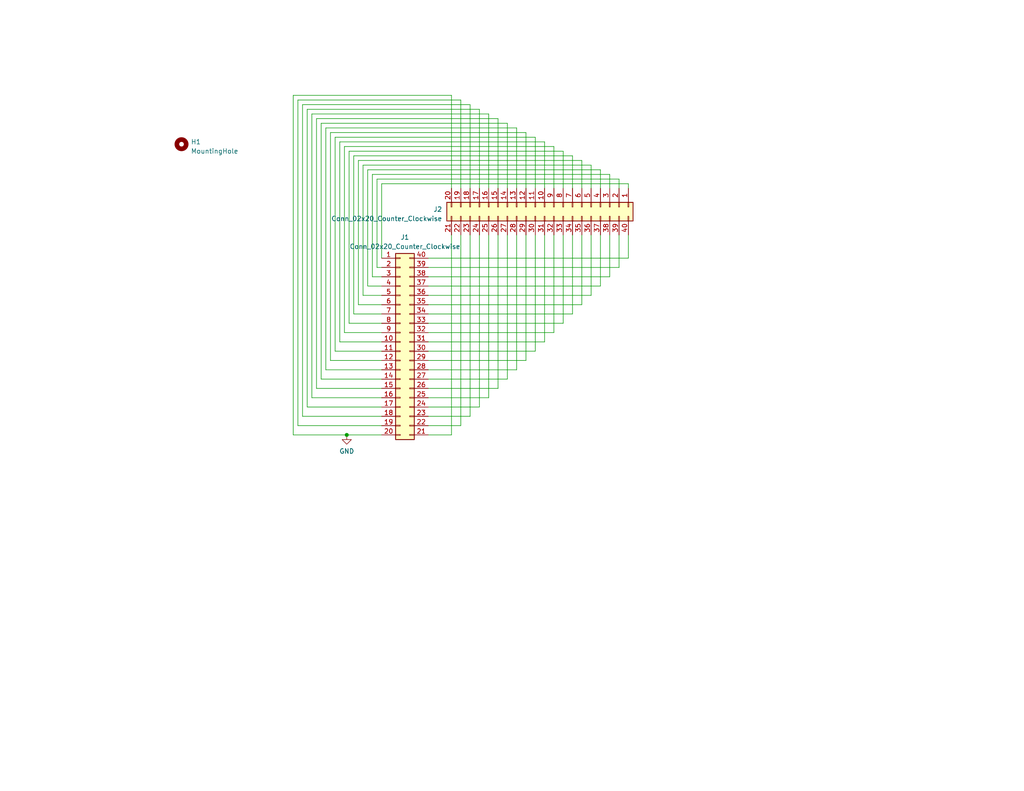
<source format=kicad_sch>
(kicad_sch (version 20230121) (generator eeschema)
  (paper "USLetter")
  (lib_symbols
    (symbol "Connector_Generic:Conn_02x20_Counter_Clockwise" (pin_names (offset 1.016) hide)
      (property "Reference" "J" (at 1.27 25.4 0))
      (property "Value" "Conn_02x20_Counter_Clockwise" (at 1.27 -27.94 0))
      (symbol "Conn_02x20_Counter_Clockwise_1_1"
        (rectangle (start -1.27 -25.273) (end 0 -25.527) (stroke (width 0.1524)))
        (rectangle (start -1.27 -22.733) (end 0 -22.987) (stroke (width 0.1524)))
        (rectangle (start -1.27 -20.193) (end 0 -20.447) (stroke (width 0.1524)))
        (rectangle (start -1.27 -17.653) (end 0 -17.907) (stroke (width 0.1524)))
        (rectangle (start -1.27 -15.113) (end 0 -15.367) (stroke (width 0.1524)))
        (rectangle (start -1.27 -12.573) (end 0 -12.827) (stroke (width 0.1524)))
        (rectangle (start -1.27 -10.033) (end 0 -10.287) (stroke (width 0.1524)))
        (rectangle (start -1.27 -7.493) (end 0 -7.747) (stroke (width 0.1524)))
        (rectangle (start -1.27 -4.953) (end 0 -5.207) (stroke (width 0.1524)))
        (rectangle (start -1.27 -2.413) (end 0 -2.667) (stroke (width 0.1524)))
        (rectangle (start -1.27 0.127) (end 0 -0.127) (stroke (width 0.1524)))
        (rectangle (start -1.27 2.667) (end 0 2.413) (stroke (width 0.1524)))
        (rectangle (start -1.27 5.207) (end 0 4.953) (stroke (width 0.1524)))
        (rectangle (start -1.27 7.747) (end 0 7.493) (stroke (width 0.1524)))
        (rectangle (start -1.27 10.287) (end 0 10.033) (stroke (width 0.1524)))
        (rectangle (start -1.27 12.827) (end 0 12.573) (stroke (width 0.1524)))
        (rectangle (start -1.27 15.367) (end 0 15.113) (stroke (width 0.1524)))
        (rectangle (start -1.27 17.907) (end 0 17.653) (stroke (width 0.1524)))
        (rectangle (start -1.27 20.447) (end 0 20.193) (stroke (width 0.1524)))
        (rectangle (start -1.27 22.987) (end 0 22.733) (stroke (width 0.1524)))
        (rectangle (start -1.27 24.13) (end 3.81 -26.67) (stroke (width 0.254)) (fill (type background)))
        (rectangle (start 3.81 -25.273) (end 2.54 -25.527) (stroke (width 0.1524)))
        (rectangle (start 3.81 -22.733) (end 2.54 -22.987) (stroke (width 0.1524)))
        (rectangle (start 3.81 -20.193) (end 2.54 -20.447) (stroke (width 0.1524)))
        (rectangle (start 3.81 -17.653) (end 2.54 -17.907) (stroke (width 0.1524)))
        (rectangle (start 3.81 -15.113) (end 2.54 -15.367) (stroke (width 0.1524)))
        (rectangle (start 3.81 -12.573) (end 2.54 -12.827) (stroke (width 0.1524)))
        (rectangle (start 3.81 -10.033) (end 2.54 -10.287) (stroke (width 0.1524)))
        (rectangle (start 3.81 -7.493) (end 2.54 -7.747) (stroke (width 0.1524)))
        (rectangle (start 3.81 -4.953) (end 2.54 -5.207) (stroke (width 0.1524)))
        (rectangle (start 3.81 -2.413) (end 2.54 -2.667) (stroke (width 0.1524)))
        (rectangle (start 3.81 0.127) (end 2.54 -0.127) (stroke (width 0.1524)))
        (rectangle (start 3.81 2.667) (end 2.54 2.413) (stroke (width 0.1524)))
        (rectangle (start 3.81 5.207) (end 2.54 4.953) (stroke (width 0.1524)))
        (rectangle (start 3.81 7.747) (end 2.54 7.493) (stroke (width 0.1524)))
        (rectangle (start 3.81 10.287) (end 2.54 10.033) (stroke (width 0.1524)))
        (rectangle (start 3.81 12.827) (end 2.54 12.573) (stroke (width 0.1524)))
        (rectangle (start 3.81 15.367) (end 2.54 15.113) (stroke (width 0.1524)))
        (rectangle (start 3.81 17.907) (end 2.54 17.653) (stroke (width 0.1524)))
        (rectangle (start 3.81 20.447) (end 2.54 20.193) (stroke (width 0.1524)))
        (rectangle (start 3.81 22.987) (end 2.54 22.733) (stroke (width 0.1524)))
        (pin passive line (at -5.08 22.86 0) (length 3.81) (name "Pin_1") (number "1"))
        (pin passive line (at -5.08 0 0) (length 3.81) (name "Pin_10") (number "10"))
        (pin passive line (at -5.08 -2.54 0) (length 3.81) (name "Pin_11") (number "11"))
        (pin passive line (at -5.08 -5.08 0) (length 3.81) (name "Pin_12") (number "12"))
        (pin passive line (at -5.08 -7.62 0) (length 3.81) (name "Pin_13") (number "13"))
        (pin passive line (at -5.08 -10.16 0) (length 3.81) (name "Pin_14") (number "14"))
        (pin passive line (at -5.08 -12.7 0) (length 3.81) (name "Pin_15") (number "15"))
        (pin passive line (at -5.08 -15.24 0) (length 3.81) (name "Pin_16") (number "16"))
        (pin passive line (at -5.08 -17.78 0) (length 3.81) (name "Pin_17") (number "17"))
        (pin passive line (at -5.08 -20.32 0) (length 3.81) (name "Pin_18") (number "18"))
        (pin passive line (at -5.08 -22.86 0) (length 3.81) (name "Pin_19") (number "19"))
        (pin passive line (at -5.08 20.32 0) (length 3.81) (name "Pin_2") (number "2"))
        (pin passive line (at -5.08 -25.4 0) (length 3.81) (name "Pin_20") (number "20"))
        (pin passive line (at 7.62 -25.4 180) (length 3.81) (name "Pin_21") (number "21"))
        (pin passive line (at 7.62 -22.86 180) (length 3.81) (name "Pin_22") (number "22"))
        (pin passive line (at 7.62 -20.32 180) (length 3.81) (name "Pin_23") (number "23"))
        (pin passive line (at 7.62 -17.78 180) (length 3.81) (name "Pin_24") (number "24"))
        (pin passive line (at 7.62 -15.24 180) (length 3.81) (name "Pin_25") (number "25"))
        (pin passive line (at 7.62 -12.7 180) (length 3.81) (name "Pin_26") (number "26"))
        (pin passive line (at 7.62 -10.16 180) (length 3.81) (name "Pin_27") (number "27"))
        (pin passive line (at 7.62 -7.62 180) (length 3.81) (name "Pin_28") (number "28"))
        (pin passive line (at 7.62 -5.08 180) (length 3.81) (name "Pin_29") (number "29"))
        (pin passive line (at -5.08 17.78 0) (length 3.81) (name "Pin_3") (number "3"))
        (pin passive line (at 7.62 -2.54 180) (length 3.81) (name "Pin_30") (number "30"))
        (pin passive line (at 7.62 0 180) (length 3.81) (name "Pin_31") (number "31"))
        (pin passive line (at 7.62 2.54 180) (length 3.81) (name "Pin_32") (number "32"))
        (pin passive line (at 7.62 5.08 180) (length 3.81) (name "Pin_33") (number "33"))
        (pin passive line (at 7.62 7.62 180) (length 3.81) (name "Pin_34") (number "34"))
        (pin passive line (at 7.62 10.16 180) (length 3.81) (name "Pin_35") (number "35"))
        (pin passive line (at 7.62 12.7 180) (length 3.81) (name "Pin_36") (number "36"))
        (pin passive line (at 7.62 15.24 180) (length 3.81) (name "Pin_37") (number "37"))
        (pin passive line (at 7.62 17.78 180) (length 3.81) (name "Pin_38") (number "38"))
        (pin passive line (at 7.62 20.32 180) (length 3.81) (name "Pin_39") (number "39"))
        (pin passive line (at -5.08 15.24 0) (length 3.81) (name "Pin_4") (number "4"))
        (pin passive line (at 7.62 22.86 180) (length 3.81) (name "Pin_40") (number "40"))
        (pin passive line (at -5.08 12.7 0) (length 3.81) (name "Pin_5") (number "5"))
        (pin passive line (at -5.08 10.16 0) (length 3.81) (name "Pin_6") (number "6"))
        (pin passive line (at -5.08 7.62 0) (length 3.81) (name "Pin_7") (number "7"))
        (pin passive line (at -5.08 5.08 0) (length 3.81) (name "Pin_8") (number "8"))
        (pin passive line (at -5.08 2.54 0) (length 3.81) (name "Pin_9") (number "9"))
      )
    )
    (symbol "Mechanical:MountingHole" (pin_names (offset 1.016))
      (property "Reference" "H" (at 0 5.08 0))
      (property "Value" "MountingHole" (at 0 3.175 0))
      (symbol "MountingHole_0_1"
        (circle (center 0 0) (radius 1.27) (stroke (width 1.27)))
      )
    )
    (symbol "power:GND" (power) (pin_names (offset 0))
      (property "Value" "GND" (at 0 -3.81 0))
      (symbol "GND_0_1"
        (polyline (pts (xy 0 0) (xy 0 -1.27) (xy 1.27 -1.27) (xy 0 -2.54) (xy -1.27 -1.27) (xy 0 -1.27)))
      )
      (symbol "GND_1_1"
        (pin power_in line (at 0 0 270) (length 0) hide (name "GND") (number "1"))
      )
    )
  )
  (junction (at 94.615 118.745))
  (wire (pts (xy 133.35 31.115) (xy 133.35 51.435)))
  (wire (pts (xy 138.43 33.655) (xy 138.43 51.435)))
  (wire (pts (xy 116.84 100.965) (xy 140.97 100.965)))
  (wire (pts (xy 125.73 51.435) (xy 125.73 27.305)))
  (wire (pts (xy 161.29 45.085) (xy 161.29 51.435)))
  (wire (pts (xy 161.29 80.645) (xy 161.29 64.135)))
  (wire (pts (xy 104.14 73.025) (xy 102.87 73.025)))
  (wire (pts (xy 101.6 47.625) (xy 166.37 47.625)))
  (wire (pts (xy 135.89 106.045) (xy 116.84 106.045)))
  (wire (pts (xy 171.45 50.165) (xy 171.45 51.435)))
  (wire (pts (xy 140.97 34.925) (xy 88.9 34.925)))
  (wire (pts (xy 104.14 83.185) (xy 97.79 83.185)))
  (wire (pts (xy 135.89 51.435) (xy 135.89 32.385)))
  (wire (pts (xy 146.05 95.885) (xy 146.05 64.135)))
  (wire (pts (xy 95.25 88.265) (xy 95.25 41.275)))
  (wire (pts (xy 94.615 118.745) (xy 80.01 118.745)))
  (wire (pts (xy 140.97 51.435) (xy 140.97 34.925)))
  (wire (pts (xy 151.13 90.805) (xy 151.13 64.135)))
  (wire (pts (xy 87.63 33.655) (xy 138.43 33.655)))
  (wire (pts (xy 163.83 78.105) (xy 116.84 78.105)))
  (wire (pts (xy 104.14 113.665) (xy 82.55 113.665)))
  (wire (pts (xy 148.59 38.735) (xy 148.59 51.435)))
  (wire (pts (xy 83.82 111.125) (xy 104.14 111.125)))
  (wire (pts (xy 135.89 32.385) (xy 86.36 32.385)))
  (wire (pts (xy 86.36 32.385) (xy 86.36 106.045)))
  (wire (pts (xy 125.73 64.135) (xy 125.73 116.205)))
  (wire (pts (xy 116.84 118.745) (xy 123.19 118.745)))
  (wire (pts (xy 104.14 118.745) (xy 94.615 118.745)))
  (wire (pts (xy 143.51 98.425) (xy 116.84 98.425)))
  (wire (pts (xy 116.84 70.485) (xy 171.45 70.485)))
  (wire (pts (xy 148.59 93.345) (xy 116.84 93.345)))
  (wire (pts (xy 116.84 75.565) (xy 166.37 75.565)))
  (wire (pts (xy 104.14 88.265) (xy 95.25 88.265)))
  (wire (pts (xy 97.79 83.185) (xy 97.79 43.815)))
  (wire (pts (xy 116.84 95.885) (xy 146.05 95.885)))
  (wire (pts (xy 171.45 70.485) (xy 171.45 64.135)))
  (wire (pts (xy 163.83 64.135) (xy 163.83 78.105)))
  (wire (pts (xy 125.73 27.305) (xy 81.28 27.305)))
  (wire (pts (xy 168.91 48.895) (xy 168.91 51.435)))
  (wire (pts (xy 116.84 108.585) (xy 133.35 108.585)))
  (wire (pts (xy 123.19 64.135) (xy 123.19 118.745)))
  (wire (pts (xy 99.06 80.645) (xy 99.06 45.085)))
  (wire (pts (xy 90.17 36.195) (xy 143.51 36.195)))
  (wire (pts (xy 158.75 83.185) (xy 116.84 83.185)))
  (wire (pts (xy 156.21 51.435) (xy 156.21 42.545)))
  (wire (pts (xy 156.21 42.545) (xy 96.52 42.545)))
  (wire (pts (xy 168.91 73.025) (xy 116.84 73.025)))
  (wire (pts (xy 168.91 64.135) (xy 168.91 73.025)))
  (wire (pts (xy 100.33 46.355) (xy 163.83 46.355)))
  (wire (pts (xy 99.06 45.085) (xy 161.29 45.085)))
  (wire (pts (xy 82.55 28.575) (xy 128.27 28.575)))
  (wire (pts (xy 116.84 113.665) (xy 128.27 113.665)))
  (wire (pts (xy 143.51 64.135) (xy 143.51 98.425)))
  (wire (pts (xy 97.79 43.815) (xy 158.75 43.815)))
  (wire (pts (xy 96.52 42.545) (xy 96.52 85.725)))
  (wire (pts (xy 128.27 113.665) (xy 128.27 64.135)))
  (wire (pts (xy 91.44 37.465) (xy 91.44 95.885)))
  (wire (pts (xy 101.6 75.565) (xy 101.6 47.625)))
  (wire (pts (xy 116.84 103.505) (xy 138.43 103.505)))
  (wire (pts (xy 93.98 40.005) (xy 93.98 90.805)))
  (wire (pts (xy 104.14 93.345) (xy 92.71 93.345)))
  (wire (pts (xy 88.9 34.925) (xy 88.9 100.965)))
  (wire (pts (xy 140.97 100.965) (xy 140.97 64.135)))
  (wire (pts (xy 96.52 85.725) (xy 104.14 85.725)))
  (wire (pts (xy 146.05 37.465) (xy 91.44 37.465)))
  (wire (pts (xy 166.37 75.565) (xy 166.37 64.135)))
  (wire (pts (xy 116.84 85.725) (xy 156.21 85.725)))
  (wire (pts (xy 153.67 41.275) (xy 153.67 51.435)))
  (wire (pts (xy 128.27 28.575) (xy 128.27 51.435)))
  (wire (pts (xy 87.63 103.505) (xy 87.63 33.655)))
  (wire (pts (xy 104.14 70.485) (xy 104.14 50.165)))
  (wire (pts (xy 125.73 116.205) (xy 116.84 116.205)))
  (wire (pts (xy 93.98 90.805) (xy 104.14 90.805)))
  (wire (pts (xy 86.36 106.045) (xy 104.14 106.045)))
  (wire (pts (xy 91.44 95.885) (xy 104.14 95.885)))
  (wire (pts (xy 92.71 38.735) (xy 148.59 38.735)))
  (wire (pts (xy 100.33 78.105) (xy 100.33 46.355)))
  (wire (pts (xy 104.14 108.585) (xy 85.09 108.585)))
  (wire (pts (xy 123.19 26.035) (xy 123.19 51.435)))
  (wire (pts (xy 130.81 51.435) (xy 130.81 29.845)))
  (wire (pts (xy 133.35 108.585) (xy 133.35 64.135)))
  (wire (pts (xy 82.55 113.665) (xy 82.55 28.575)))
  (wire (pts (xy 90.17 98.425) (xy 90.17 36.195)))
  (wire (pts (xy 166.37 47.625) (xy 166.37 51.435)))
  (wire (pts (xy 148.59 64.135) (xy 148.59 93.345)))
  (wire (pts (xy 80.01 118.745) (xy 80.01 26.035)))
  (wire (pts (xy 116.84 80.645) (xy 161.29 80.645)))
  (wire (pts (xy 151.13 40.005) (xy 93.98 40.005)))
  (wire (pts (xy 104.14 75.565) (xy 101.6 75.565)))
  (wire (pts (xy 153.67 64.135) (xy 153.67 88.265)))
  (wire (pts (xy 130.81 111.125) (xy 116.84 111.125)))
  (wire (pts (xy 153.67 88.265) (xy 116.84 88.265)))
  (wire (pts (xy 88.9 100.965) (xy 104.14 100.965)))
  (wire (pts (xy 81.28 27.305) (xy 81.28 116.205)))
  (wire (pts (xy 80.01 26.035) (xy 123.19 26.035)))
  (wire (pts (xy 163.83 46.355) (xy 163.83 51.435)))
  (wire (pts (xy 83.82 29.845) (xy 83.82 111.125)))
  (wire (pts (xy 104.14 50.165) (xy 171.45 50.165)))
  (wire (pts (xy 130.81 64.135) (xy 130.81 111.125)))
  (wire (pts (xy 116.84 90.805) (xy 151.13 90.805)))
  (wire (pts (xy 102.87 48.895) (xy 168.91 48.895)))
  (wire (pts (xy 104.14 98.425) (xy 90.17 98.425)))
  (wire (pts (xy 146.05 51.435) (xy 146.05 37.465)))
  (wire (pts (xy 156.21 85.725) (xy 156.21 64.135)))
  (wire (pts (xy 92.71 93.345) (xy 92.71 38.735)))
  (wire (pts (xy 135.89 64.135) (xy 135.89 106.045)))
  (wire (pts (xy 138.43 103.505) (xy 138.43 64.135)))
  (wire (pts (xy 85.09 31.115) (xy 133.35 31.115)))
  (wire (pts (xy 130.81 29.845) (xy 83.82 29.845)))
  (wire (pts (xy 81.28 116.205) (xy 104.14 116.205)))
  (wire (pts (xy 85.09 108.585) (xy 85.09 31.115)))
  (wire (pts (xy 143.51 36.195) (xy 143.51 51.435)))
  (wire (pts (xy 158.75 43.815) (xy 158.75 51.435)))
  (wire (pts (xy 102.87 73.025) (xy 102.87 48.895)))
  (wire (pts (xy 158.75 64.135) (xy 158.75 83.185)))
  (wire (pts (xy 95.25 41.275) (xy 153.67 41.275)))
  (wire (pts (xy 151.13 51.435) (xy 151.13 40.005)))
  (wire (pts (xy 104.14 80.645) (xy 99.06 80.645)))
  (wire (pts (xy 104.14 103.505) (xy 87.63 103.505)))
  (wire (pts (xy 104.14 78.105) (xy 100.33 78.105)))
  (symbol (lib_id "Connector_Generic:Conn_02x20_Counter_Clockwise") (at 148.59 56.515 270) (unit 1)
    (property "Reference" "J2" (at 120.65 57.15 90) (effects (justify right)))
    (property "Value" "Conn_02x20_Counter_Clockwise" (at 120.65 59.69 90) (effects (justify right)))
    (property "Footprint" "Package_DIP:DIP-40_W15.24mm" (effects hide))
  )
  (symbol (lib_id "power:GND") (at 94.615 118.745 0) (unit 1)
    (property "Reference" "#PWR01" (effects hide))
    (property "Value" "GND" (at 94.615 123.19 0))
  )
  (symbol (lib_id "Connector_Generic:Conn_02x20_Counter_Clockwise") (at 109.22 93.345 0) (unit 1)
    (property "Reference" "J1" (at 110.49 64.77 0))
    (property "Value" "Conn_02x20_Counter_Clockwise" (at 110.49 67.31 0))
    (property "Footprint" "Package_DIP:DIP-40_W15.24mm" (effects hide))
  )
  (symbol (lib_id "Mechanical:MountingHole") (at 49.53 39.37 0) (unit 1)
    (property "Reference" "H1" (at 52.07 38.735 0) (effects (justify left)))
    (property "Value" "MountingHole" (at 52.07 41.275 0) (effects (justify left)))
    (property "Footprint" "MountingHole:MountingHole_3.2mm_M3" (effects hide))
  )
)
</source>
